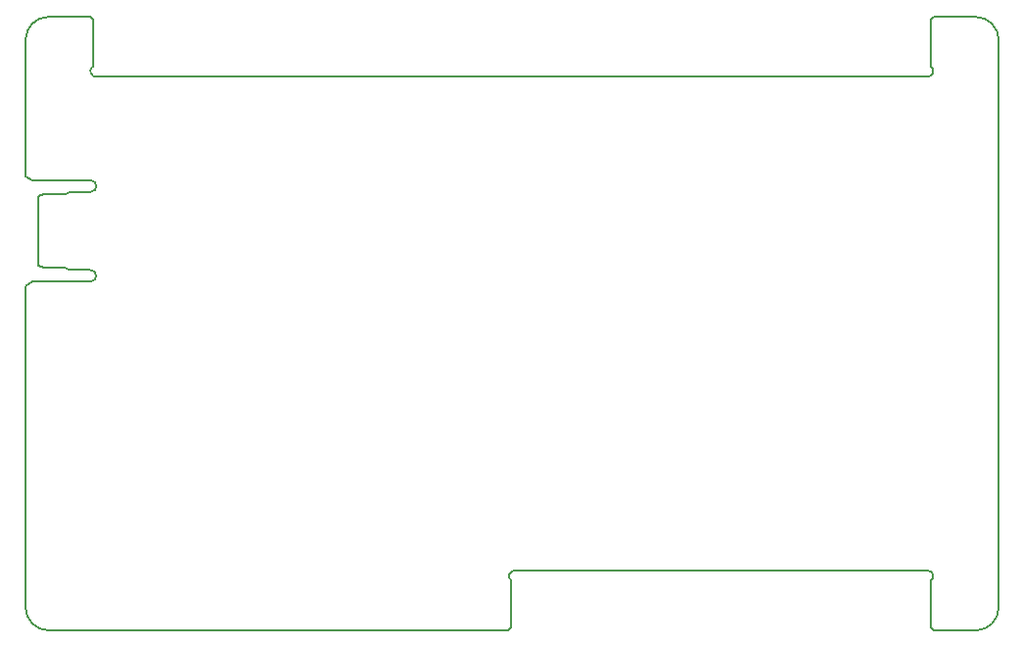
<source format=gko>
G71*G90*G75*D02*
%ASAXBY*OFA0B0*MOMM*FSLAX43Y43*IPPOS*%
%ADD13C,0.200*%
G54D13*
G01X138000Y145000D02*
G02X136000Y147000I0J2000D01*
G01X218000Y145000D02*
G03X220000Y147000I0J2000D01*
G01Y196000D01*
G03X218000Y198000I-2000J0D01*
G01X138000D02*
G03X136000Y196000I0J-2000D01*
G01Y184250D01*
Y147000D02*
Y174750D01*
X214162Y193715D02*
Y197753D01*
X218000Y198000D02*
X214409D01*
X214162Y197753D02*
X214409Y198000D01*
X214162Y193715D02*
G02X213893Y192817I-301J-399D01*
G01X141802Y193716D02*
Y197749D01*
X213893Y192817D02*
X142146D01*
G02X141802Y193716I-45J498D01*
G01X138000Y198000D02*
X141551D01*
X141802Y197749D02*
X141551Y198000D01*
X214138Y149284D02*
Y145252D01*
Y149284D02*
G03X213884Y150183I-299J401D01*
G01X218000Y145000D02*
X214390D01*
X214138Y145252D02*
X214390Y145000D01*
X177938Y149285D02*
Y145250D01*
X213884Y150183D02*
X178271D01*
G03X177938Y149285I-32J-499D01*
G01X138000Y145000D02*
X177688D01*
X177938Y145250D02*
X177688Y145000D01*
X139450Y182700D02*
X137615D01*
X137100Y182494D01*
X139451Y176298D02*
X137615D01*
X137100Y182494D02*
Y176504D01*
X137615Y176298D02*
X137100Y176504D01*
X141610Y182874D02*
G03X141610Y183874I0J500D01*
G01X136000Y184250D02*
X136564Y183874D01*
X141610D02*
X136564D01*
X139450Y182700D02*
G03X139829Y182874I0J500D01*
G01X141610D02*
X139829D01*
X141594Y176124D02*
G02X141594Y175124I0J-500D01*
G01X139830Y176124D02*
G03X139451Y176298I-379J-326D01*
G01X141594Y176124D02*
X139830D01*
X136000Y174750D02*
X136561Y175124D01*
X141594D02*
X136561D01*
G01X0Y0D02*
M02*

</source>
